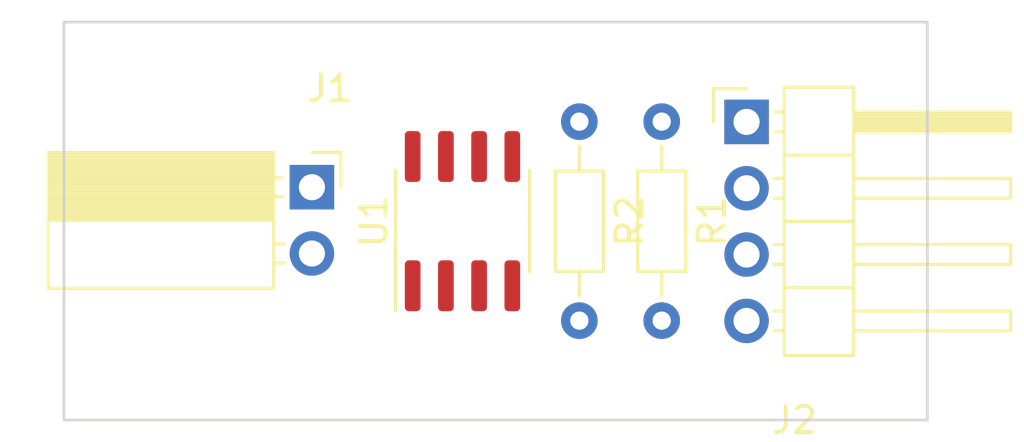
<source format=kicad_pcb>
(kicad_pcb (version 20221018) (generator pcbnew)
  (layers (0 "F.Cu" signal) (31 "B.Cu" signal) (34 "B.Paste" user) (35 "F.Paste" user) (36 "B.SilkS" user "B.Silkscreen") (37 "F.SilkS" user "F.Silkscreen") (38 "B.Mask" user) (39 "F.Mask" user) (44 "Edge.Cuts" user))
  (net 0 "")
  (net 1 "Net-(J1-Pin_1)")
  (net 2 "Net-(J1-Pin_2)")
  (net 3 "Net-(J2-Pin_1)")
  (net 4 "Net-(U1-Rs)")
  (net 5 "/CAN Bus/GND")
  (net 6 "/CAN Bus/3V3")
  (net 7 "Net-(J2-Pin_2)")
  (net 8 "/CAN Bus/Vref")
  (footprint "Resistor_THT:R_Axial_DIN0204_L3.6mm_D1.6mm_P7.62mm_Horizontal" (layer "F.Cu") (at 111.15 41.91 -90)
    (fp_text reference "R2" (at 3.81 -1.92 90) (layer "F.SilkS"))
    (fp_text value "R")
    (fp_line (start 0.94 0) (end 1.89 0) (stroke (width 0.12)) (layer "F.SilkS"))
    (fp_line (start 1.89 -0.92) (end 1.89 0.92) (stroke (width 0.12)) (layer "F.SilkS"))
    (fp_line (start 1.89 0.92) (end 5.73 0.92) (stroke (width 0.12)) (layer "F.SilkS"))
    (fp_line (start 5.73 -0.92) (end 1.89 -0.92) (stroke (width 0.12)) (layer "F.SilkS"))
    (fp_line (start 5.73 0.92) (end 5.73 -0.92) (stroke (width 0.12)) (layer "F.SilkS"))
    (fp_line (start 6.68 0) (end 5.73 0) (stroke (width 0.12)) (layer "F.SilkS"))
    (pad "1" thru_hole circle (at 0 0 270) (size 1.4 1.4) (drill 0.7) (layers "*.Cu" "*.Mask") (net 4 "Net-(U1-Rs)"))
    (pad "2" thru_hole oval (at 7.62 0 270) (size 1.4 1.4) (drill 0.7) (layers "*.Cu" "*.Mask") (net 5 "/CAN Bus/GND"))
  )
  (footprint "Connector_PinSocket_2.54mm:PinSocket_1x02_P2.54mm_Horizontal" (layer "F.Cu") (at 100.92 44.42)
    (fp_text reference "J1" (at 0.68 -3.78) (layer "F.SilkS"))
    (fp_text value "Conn_01x02_Socket")
    (fp_line (start -10.09 -1.33) (end -10.09 3.87) (stroke (width 0.12)) (layer "F.SilkS"))
    (fp_line (start -10.09 -1.33) (end -1.46 -1.33) (stroke (width 0.12)) (layer "F.SilkS"))
    (fp_line (start -10.09 -1.21) (end -1.46 -1.21) (stroke (width 0.12)) (layer "F.SilkS"))
    (fp_line (start -10.09 -1.091905) (end -1.46 -1.091905) (stroke (width 0.12)) (layer "F.SilkS"))
    (fp_line (start -10.09 -0.97381) (end -1.46 -0.97381) (stroke (width 0.12)) (layer "F.SilkS"))
    (fp_line (start -10.09 -0.855715) (end -1.46 -0.855715) (stroke (width 0.12)) (layer "F.SilkS"))
    (fp_line (start -10.09 -0.73762) (end -1.46 -0.73762) (stroke (width 0.12)) (layer "F.SilkS"))
    (fp_line (start -10.09 -0.619525) (end -1.46 -0.619525) (stroke (width 0.12)) (layer "F.SilkS"))
    (fp_line (start -10.09 -0.50143) (end -1.46 -0.50143) (stroke (width 0.12)) (layer "F.SilkS"))
    (fp_line (start -10.09 -0.383335) (end -1.46 -0.383335) (stroke (width 0.12)) (layer "F.SilkS"))
    (fp_line (start -10.09 -0.26524) (end -1.46 -0.26524) (stroke (width 0.12)) (layer "F.SilkS"))
    (fp_line (start -10.09 -0.147145) (end -1.46 -0.147145) (stroke (width 0.12)) (layer "F.SilkS"))
    (fp_line (start -10.09 -0.02905) (end -1.46 -0.02905) (stroke (width 0.12)) (layer "F.SilkS"))
    (fp_line (start -10.09 0.089045) (end -1.46 0.089045) (stroke (width 0.12)) (layer "F.SilkS"))
    (fp_line (start -10.09 0.20714) (end -1.46 0.20714) (stroke (width 0.12)) (layer "F.SilkS"))
    (fp_line (start -10.09 0.325235) (end -1.46 0.325235) (stroke (width 0.12)) (layer "F.SilkS"))
    (fp_line (start -10.09 0.44333) (end -1.46 0.44333) (stroke (width 0.12)) (layer "F.SilkS"))
    (fp_line (start -10.09 0.561425) (end -1.46 0.561425) (stroke (width 0.12)) (layer "F.SilkS"))
    (fp_line (start -10.09 0.67952) (end -1.46 0.67952) (stroke (width 0.12)) (layer "F.SilkS"))
    (fp_line (start -10.09 0.797615) (end -1.46 0.797615) (stroke (width 0.12)) (layer "F.SilkS"))
    (fp_line (start -10.09 0.91571) (end -1.46 0.91571) (stroke (width 0.12)) (layer "F.SilkS"))
    (fp_line (start -10.09 1.033805) (end -1.46 1.033805) (stroke (width 0.12)) (layer "F.SilkS"))
    (fp_line (start -10.09 1.1519) (end -1.46 1.1519) (stroke (width 0.12)) (layer "F.SilkS"))
    (fp_line (start -10.09 1.27) (end -1.46 1.27) (stroke (width 0.12)) (layer "F.SilkS"))
    (fp_line (start -10.09 3.87) (end -1.46 3.87) (stroke (width 0.12)) (layer "F.SilkS"))
    (fp_line (start -1.46 -1.33) (end -1.46 3.87) (stroke (width 0.12)) (layer "F.SilkS"))
    (fp_line (start -1.46 -0.36) (end -1.11 -0.36) (stroke (width 0.12)) (layer "F.SilkS"))
    (fp_line (start -1.46 0.36) (end -1.11 0.36) (stroke (width 0.12)) (layer "F.SilkS"))
    (fp_line (start -1.46 2.18) (end -1.05 2.18) (stroke (width 0.12)) (layer "F.SilkS"))
    (fp_line (start -1.46 2.9) (end -1.05 2.9) (stroke (width 0.12)) (layer "F.SilkS"))
    (fp_line (start 0 -1.33) (end 1.11 -1.33) (stroke (width 0.12)) (layer "F.SilkS"))
    (fp_line (start 1.11 -1.33) (end 1.11 0) (stroke (width 0.12)) (layer "F.SilkS"))
    (pad "1" thru_hole rect (at 0 0) (size 1.7 1.7) (drill 1) (layers "*.Cu" "*.Mask") (net 1 "Net-(J1-Pin_1)"))
    (pad "2" thru_hole oval (at 0 2.54) (size 1.7 1.7) (drill 1) (layers "*.Cu" "*.Mask") (net 2 "Net-(J1-Pin_2)"))
  )
  (footprint "Connector_PinHeader_2.54mm:PinHeader_1x04_P2.54mm_Horizontal" (layer "F.Cu") (at 117.545 41.92)
    (fp_text reference "J2" (at 1.835 11.42 180) (layer "F.SilkS"))
    (fp_text value "Conn_01x04_Pin")
    (fp_line (start -1.27 -1.27) (end 0 -1.27) (stroke (width 0.12)) (layer "F.SilkS"))
    (fp_line (start -1.27 0) (end -1.27 -1.27) (stroke (width 0.12)) (layer "F.SilkS"))
    (fp_line (start 1.042929 2.16) (end 1.44 2.16) (stroke (width 0.12)) (layer "F.SilkS"))
    (fp_line (start 1.042929 2.92) (end 1.44 2.92) (stroke (width 0.12)) (layer "F.SilkS"))
    (fp_line (start 1.042929 4.7) (end 1.44 4.7) (stroke (width 0.12)) (layer "F.SilkS"))
    (fp_line (start 1.042929 5.46) (end 1.44 5.46) (stroke (width 0.12)) (layer "F.SilkS"))
    (fp_line (start 1.042929 7.24) (end 1.44 7.24) (stroke (width 0.12)) (layer "F.SilkS"))
    (fp_line (start 1.042929 8) (end 1.44 8) (stroke (width 0.12)) (layer "F.SilkS"))
    (fp_line (start 1.11 -0.38) (end 1.44 -0.38) (stroke (width 0.12)) (layer "F.SilkS"))
    (fp_line (start 1.11 0.38) (end 1.44 0.38) (stroke (width 0.12)) (layer "F.SilkS"))
    (fp_line (start 1.44 -1.33) (end 1.44 8.95) (stroke (width 0.12)) (layer "F.SilkS"))
    (fp_line (start 1.44 1.27) (end 4.1 1.27) (stroke (width 0.12)) (layer "F.SilkS"))
    (fp_line (start 1.44 3.81) (end 4.1 3.81) (stroke (width 0.12)) (layer "F.SilkS"))
    (fp_line (start 1.44 6.35) (end 4.1 6.35) (stroke (width 0.12)) (layer "F.SilkS"))
    (fp_line (start 1.44 8.95) (end 4.1 8.95) (stroke (width 0.12)) (layer "F.SilkS"))
    (fp_line (start 4.1 -1.33) (end 1.44 -1.33) (stroke (width 0.12)) (layer "F.SilkS"))
    (fp_line (start 4.1 -0.38) (end 10.1 -0.38) (stroke (width 0.12)) (layer "F.SilkS"))
    (fp_line (start 4.1 -0.32) (end 10.1 -0.32) (stroke (width 0.12)) (layer "F.SilkS"))
    (fp_line (start 4.1 -0.2) (end 10.1 -0.2) (stroke (width 0.12)) (layer "F.SilkS"))
    (fp_line (start 4.1 -0.08) (end 10.1 -0.08) (stroke (width 0.12)) (layer "F.SilkS"))
    (fp_line (start 4.1 0.04) (end 10.1 0.04) (stroke (width 0.12)) (layer "F.SilkS"))
    (fp_line (start 4.1 0.16) (end 10.1 0.16) (stroke (width 0.12)) (layer "F.SilkS"))
    (fp_line (start 4.1 0.28) (end 10.1 0.28) (stroke (width 0.12)) (layer "F.SilkS"))
    (fp_line (start 4.1 2.16) (end 10.1 2.16) (stroke (width 0.12)) (layer "F.SilkS"))
    (fp_line (start 4.1 4.7) (end 10.1 4.7) (stroke (width 0.12)) (layer "F.SilkS"))
    (fp_line (start 4.1 7.24) (end 10.1 7.24) (stroke (width 0.12)) (layer "F.SilkS"))
    (fp_line (start 4.1 8.95) (end 4.1 -1.33) (stroke (width 0.12)) (layer "F.SilkS"))
    (fp_line (start 10.1 -0.38) (end 10.1 0.38) (stroke (width 0.12)) (layer "F.SilkS"))
    (fp_line (start 10.1 0.38) (end 4.1 0.38) (stroke (width 0.12)) (layer "F.SilkS"))
    (fp_line (start 10.1 2.16) (end 10.1 2.92) (stroke (width 0.12)) (layer "F.SilkS"))
    (fp_line (start 10.1 2.92) (end 4.1 2.92) (stroke (width 0.12)) (layer "F.SilkS"))
    (fp_line (start 10.1 4.7) (end 10.1 5.46) (stroke (width 0.12)) (layer "F.SilkS"))
    (fp_line (start 10.1 5.46) (end 4.1 5.46) (stroke (width 0.12)) (layer "F.SilkS"))
    (fp_line (start 10.1 7.24) (end 10.1 8) (stroke (width 0.12)) (layer "F.SilkS"))
    (fp_line (start 10.1 8) (end 4.1 8) (stroke (width 0.12)) (layer "F.SilkS"))
    (pad "1" thru_hole rect (at 0 0) (size 1.7 1.7) (drill 1) (layers "*.Cu" "*.Mask") (net 3 "Net-(J2-Pin_1)"))
    (pad "2" thru_hole oval (at 0 2.54) (size 1.7 1.7) (drill 1) (layers "*.Cu" "*.Mask") (net 7 "Net-(J2-Pin_2)"))
    (pad "3" thru_hole oval (at 0 5.08) (size 1.7 1.7) (drill 1) (layers "*.Cu" "*.Mask") (net 5 "/CAN Bus/GND"))
    (pad "4" thru_hole oval (at 0 7.62) (size 1.7 1.7) (drill 1) (layers "*.Cu" "*.Mask") (net 6 "/CAN Bus/3V3"))
  )
  (footprint "Package_SO:SOIC-8_3.9x4.9mm_P1.27mm" (layer "F.Cu") (at 106.68 45.72 90)
    (fp_text reference "U1" (at 0 -3.4 90) (layer "F.SilkS"))
    (fp_text value "SN65HVD230")
    (fp_line (start 0 -2.56) (end -3.45 -2.56) (stroke (width 0.12)) (layer "F.SilkS"))
    (fp_line (start 0 -2.56) (end 1.95 -2.56) (stroke (width 0.12)) (layer "F.SilkS"))
    (fp_line (start 0 2.56) (end -1.95 2.56) (stroke (width 0.12)) (layer "F.SilkS"))
    (fp_line (start 0 2.56) (end 1.95 2.56) (stroke (width 0.12)) (layer "F.SilkS"))
    (pad "1" smd roundrect (at -2.475 -1.905 90) (size 1.95 0.6) (layers "F.Cu" "F.Paste" "F.Mask") (net 3 "Net-(J2-Pin_1)"))
    (pad "2" smd roundrect (at -2.475 -0.635 90) (size 1.95 0.6) (layers "F.Cu" "F.Paste" "F.Mask") (net 5 "/CAN Bus/GND"))
    (pad "3" smd roundrect (at -2.475 0.635 90) (size 1.95 0.6) (layers "F.Cu" "F.Paste" "F.Mask") (net 6 "/CAN Bus/3V3"))
    (pad "4" smd roundrect (at -2.475 1.905 90) (size 1.95 0.6) (layers "F.Cu" "F.Paste" "F.Mask") (net 7 "Net-(J2-Pin_2)"))
    (pad "5" smd roundrect (at 2.475 1.905 90) (size 1.95 0.6) (layers "F.Cu" "F.Paste" "F.Mask") (net 8 "/CAN Bus/Vref"))
    (pad "6" smd roundrect (at 2.475 0.635 90) (size 1.95 0.6) (layers "F.Cu" "F.Paste" "F.Mask") (net 2 "Net-(J1-Pin_2)"))
    (pad "7" smd roundrect (at 2.475 -0.635 90) (size 1.95 0.6) (layers "F.Cu" "F.Paste" "F.Mask") (net 1 "Net-(J1-Pin_1)"))
    (pad "8" smd roundrect (at 2.475 -1.905 90) (size 1.95 0.6) (layers "F.Cu" "F.Paste" "F.Mask") (net 4 "Net-(U1-Rs)"))
  )
  (footprint "Resistor_THT:R_Axial_DIN0204_L3.6mm_D1.6mm_P7.62mm_Horizontal" (layer "F.Cu") (at 114.3 41.91 -90)
    (fp_text reference "R1" (at 3.81 -1.92 90) (layer "F.SilkS"))
    (fp_text value "R")
    (fp_line (start 0.94 0) (end 1.89 0) (stroke (width 0.12)) (layer "F.SilkS"))
    (fp_line (start 1.89 -0.92) (end 1.89 0.92) (stroke (width 0.12)) (layer "F.SilkS"))
    (fp_line (start 1.89 0.92) (end 5.73 0.92) (stroke (width 0.12)) (layer "F.SilkS"))
    (fp_line (start 5.73 -0.92) (end 1.89 -0.92) (stroke (width 0.12)) (layer "F.SilkS"))
    (fp_line (start 5.73 0.92) (end 5.73 -0.92) (stroke (width 0.12)) (layer "F.SilkS"))
    (fp_line (start 6.68 0) (end 5.73 0) (stroke (width 0.12)) (layer "F.SilkS"))
    (pad "1" thru_hole circle (at 0 0 270) (size 1.4 1.4) (drill 0.7) (layers "*.Cu" "*.Mask") (net 1 "Net-(J1-Pin_1)"))
    (pad "2" thru_hole oval (at 7.62 0 270) (size 1.4 1.4) (drill 0.7) (layers "*.Cu" "*.Mask") (net 2 "Net-(J1-Pin_2)"))
  )
  (gr_line (start 124.46 53.34) (end 91.44 53.34) (stroke (width 0.1)) (layer "Edge.Cuts"))
  (gr_line (start 91.44 38.1) (end 124.46 38.1) (stroke (width 0.1)) (layer "Edge.Cuts"))
  (gr_line (start 124.46 38.1) (end 124.46 53.34) (stroke (width 0.1)) (layer "Edge.Cuts"))
  (gr_line (start 91.44 53.34) (end 91.44 38.1) (stroke (width 0.1)) (layer "Edge.Cuts"))
)
</source>
